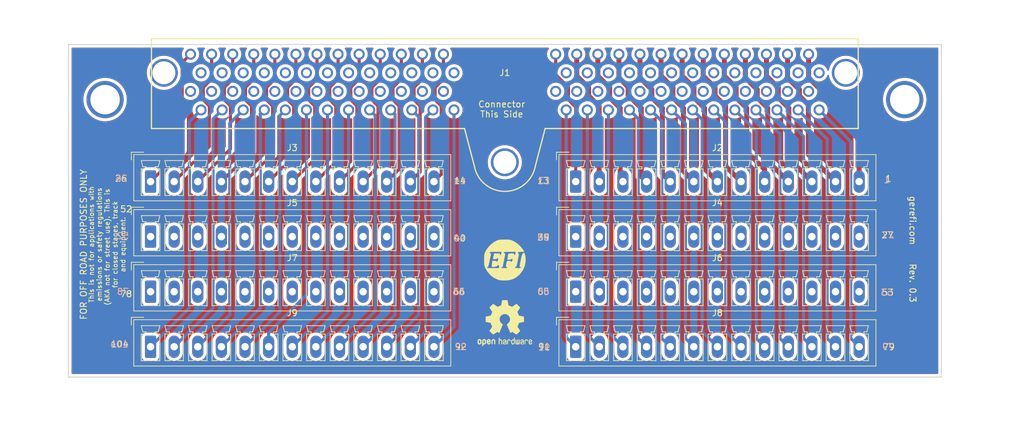
<source format=kicad_pcb>
(kicad_pcb (version 20211014) (generator pcbnew)
  (layers (0 "F.Cu" signal) (1 "In1.Cu" signal) (2 "In2.Cu" signal) (31 "B.Cu" signal) (34 "B.Paste" user) (35 "F.Paste" user) (36 "B.SilkS" user "B.Silkscreen") (37 "F.SilkS" user "F.Silkscreen") (38 "B.Mask" user) (39 "F.Mask" user) (44 "Edge.Cuts" user))
  (net 0 "")
  (net 1 "Net-(J1-Pad90)")
  (net 2 "Net-(J1-Pad89)")
  (net 3 "Net-(J1-Pad88)")
  (net 4 "Net-(J1-Pad87)")
  (net 5 "Net-(J1-Pad86)")
  (net 6 "Net-(J1-Pad85)")
  (net 7 "Net-(J1-Pad84)")
  (net 8 "Net-(J1-Pad83)")
  (net 9 "Net-(J1-Pad82)")
  (net 10 "Net-(J1-Pad81)")
  (net 11 "Net-(J1-Pad80)")
  (net 12 "Net-(J1-Pad79)")
  (net 13 "Net-(J1-Pad53)")
  (net 14 "Net-(J1-Pad54)")
  (net 15 "Net-(J1-Pad55)")
  (net 16 "Net-(J1-Pad56)")
  (net 17 "Net-(J1-Pad57)")
  (net 18 "Net-(J1-Pad58)")
  (net 19 "Net-(J1-Pad59)")
  (net 20 "Net-(J1-Pad60)")
  (net 21 "Net-(J1-Pad61)")
  (net 22 "Net-(J1-Pad62)")
  (net 23 "Net-(J1-Pad63)")
  (net 24 "Net-(J1-Pad64)")
  (net 25 "Net-(J1-Pad37)")
  (net 26 "Net-(J1-Pad36)")
  (net 27 "Net-(J1-Pad35)")
  (net 28 "Net-(J1-Pad34)")
  (net 29 "Net-(J1-Pad33)")
  (net 30 "Net-(J1-Pad32)")
  (net 31 "Net-(J1-Pad31)")
  (net 32 "Net-(J1-Pad30)")
  (net 33 "Net-(J1-Pad29)")
  (net 34 "Net-(J1-Pad28)")
  (net 35 "Net-(J1-Pad27)")
  (net 36 "Net-(J1-Pad1)")
  (net 37 "Net-(J1-Pad2)")
  (net 38 "Net-(J1-Pad3)")
  (net 39 "Net-(J1-Pad4)")
  (net 40 "Net-(J1-Pad5)")
  (net 41 "Net-(J1-Pad6)")
  (net 42 "Net-(J1-Pad7)")
  (net 43 "Net-(J1-Pad8)")
  (net 44 "Net-(J1-Pad9)")
  (net 45 "Net-(J1-Pad10)")
  (net 46 "Net-(J1-Pad11)")
  (net 47 "Net-(J1-Pad12)")
  (net 48 "Net-(J1-Pad38)")
  (net 49 "Net-(J1-Pad13)")
  (net 50 "Net-(J1-Pad65)")
  (net 51 "Net-(J1-Pad91)")
  (net 52 "Net-(J1-Pad39)")
  (net 53 "Net-(J1-Pad104)")
  (net 54 "Net-(J1-Pad103)")
  (net 55 "Net-(J1-Pad102)")
  (net 56 "Net-(J1-Pad101)")
  (net 57 "Net-(J1-Pad100)")
  (net 58 "Net-(J1-Pad99)")
  (net 59 "Net-(J1-Pad98)")
  (net 60 "Net-(J1-Pad97)")
  (net 61 "Net-(J1-Pad72)")
  (net 62 "Net-(J1-Pad73)")
  (net 63 "Net-(J1-Pad74)")
  (net 64 "Net-(J1-Pad75)")
  (net 65 "Net-(J1-Pad76)")
  (net 66 "Net-(J1-Pad77)")
  (net 67 "Net-(J1-Pad78)")
  (net 68 "Net-(J1-Pad52)")
  (net 69 "Net-(J1-Pad51)")
  (net 70 "Net-(J1-Pad50)")
  (net 71 "Net-(J1-Pad49)")
  (net 72 "Net-(J1-Pad48)")
  (net 73 "Net-(J1-Pad47)")
  (net 74 "Net-(J1-Pad46)")
  (net 75 "Net-(J1-Pad45)")
  (net 76 "Net-(J1-Pad26)")
  (net 77 "Net-(J1-Pad25)")
  (net 78 "Net-(J1-Pad24)")
  (net 79 "Net-(J1-Pad23)")
  (net 80 "Net-(J1-Pad22)")
  (net 81 "Net-(J1-Pad21)")
  (net 82 "Net-(J1-Pad20)")
  (net 83 "Net-(J1-Pad19)")
  (net 84 "Net-(J1-Pad71)")
  (net 85 "Net-(J1-Pad96)")
  (net 86 "Net-(J1-Pad44)")
  (net 87 "Net-(J1-Pad70)")
  (net 88 "Net-(J1-Pad18)")
  (net 89 "Net-(J1-Pad43)")
  (net 90 "Net-(J1-Pad95)")
  (net 91 "Net-(J1-Pad69)")
  (net 92 "Net-(J1-Pad17)")
  (net 93 "Net-(J1-Pad42)")
  (net 94 "Net-(J1-Pad94)")
  (net 95 "Net-(J1-Pad68)")
  (net 96 "Net-(J1-Pad16)")
  (net 97 "Net-(J1-Pad93)")
  (net 98 "Net-(J1-Pad41)")
  (net 99 "Net-(J1-Pad15)")
  (net 100 "Net-(J1-Pad67)")
  (net 101 "Net-(J1-Pad92)")
  (net 102 "Net-(J1-Pad66)")
  (net 103 "Net-(J1-Pad40)")
  (net 104 "Net-(J1-Pad14)")
  (footprint "gerefi_lib:LOGO" (layer "F.Cu") (at 93.62 56.13)
    (fp_text reference "G?" hide)
    (fp_text value "LOGO" hide)
  )
  (footprint "gerefi_lib:eecv" (layer "F.Cu") (at 93.62 20.36)
    (fp_text reference "J1")
    (fp_text value "EEC-V")
  )
  (footprint "Connector_Phoenix_MC:PhoenixContact_MCV_1,5_13-G-3.81_1x13_P3.81mm_Vertical" (layer "F.Cu") (at 105.05 43.43)
    (fp_text reference "J2")
    (fp_text value "Conn_01x13")
  )
  (footprint "Connector_Phoenix_MC:PhoenixContact_MCV_1,5_13-G-3.81_1x13_P3.81mm_Vertical" (layer "F.Cu") (at 36.47 43.43)
    (fp_text reference "J3")
    (fp_text value "Conn_01x13")
  )
  (footprint "Connector_Phoenix_MC:PhoenixContact_MCV_1,5_13-G-3.81_1x13_P3.81mm_Vertical" (layer "F.Cu") (at 105.05 52.32)
    (fp_text reference "J4")
    (fp_text value "Conn_01x13")
  )
  (footprint "Connector_Phoenix_MC:PhoenixContact_MCV_1,5_13-G-3.81_1x13_P3.81mm_Vertical" (layer "F.Cu") (at 36.47 52.32)
    (fp_text reference "J5")
    (fp_text value "Conn_01x13")
  )
  (footprint "Connector_Phoenix_MC:PhoenixContact_MCV_1,5_13-G-3.81_1x13_P3.81mm_Vertical" (layer "F.Cu") (at 105.05 61.21)
    (fp_text reference "J6")
    (fp_text value "Conn_01x13")
  )
  (footprint "Connector_Phoenix_MC:PhoenixContact_MCV_1,5_13-G-3.81_1x13_P3.81mm_Vertical" (layer "F.Cu") (at 36.47 61.21)
    (fp_text reference "J7")
    (fp_text value "Conn_01x13")
  )
  (footprint "Connector_Phoenix_MC:PhoenixContact_MCV_1,5_13-G-3.81_1x13_P3.81mm_Vertical" (layer "F.Cu") (at 105.05 70.1)
    (fp_text reference "J8")
    (fp_text value "Conn_01x13")
  )
  (footprint "Connector_Phoenix_MC:PhoenixContact_MCV_1,5_13-G-3.81_1x13_P3.81mm_Vertical" (layer "F.Cu") (at 36.47 70.1)
    (fp_text reference "J9")
    (fp_text value "Conn_01x13")
  )
  (footprint "gerefi_lib:Off_Road_Disclaimer" (layer "F.Cu") (at 28.85 53.59 90)
    (fp_text reference "G?" hide)
    (fp_text value "Disclaimer" hide)
  )
  (footprint "Symbol:OSHW-Logo2_9.8x8mm_SilkScreen" (layer "F.Cu") (at 93.62 66.29)
    (fp_text reference "REF**" hide)
    (fp_text value "OSHW-Logo2_9.8x8mm_SilkScreen" hide)
  )
  (gr_line (start 23.23 75) (end 164.03 75) (layer "Edge.Cuts") (width 0.15))
  (gr_line (start 23.23 21.3) (end 23.23 75) (layer "Edge.Cuts") (width 0.15))
  (gr_line (start 164.03 21.3) (end 164.03 75) (layer "Edge.Cuts") (width 0.15))
  (gr_line (start 23.23 21.3) (end 164.03 21.3) (layer "Edge.Cuts") (width 0.15))
  (gr_text "92" (at 86.508 70.1) (layer "B.SilkS") (effects (font (size 1 1)) (justify mirror)))
  (gr_text "40" (at 86.254 52.574) (layer "B.SilkS") (effects (font (size 1 1)) (justify mirror)))
  (gr_text "14" (at 86.381 43.303) (layer "B.SilkS") (effects (font (size 1 1)) (justify mirror)))
  (gr_text "78" (at 32.025 61.21) (layer "B.SilkS") (effects (font (size 1 1)) (justify mirror)))
  (gr_text "39" (at 99.843 52.447) (layer "B.SilkS") (effects (font (size 1 1)) (justify mirror)))
  (gr_text "13" (at 99.97 43.303) (layer "B.SilkS") (effects (font (size 1 1)) (justify mirror)))
  (gr_text "65" (at 99.843 61.21) (layer "B.SilkS") (effects (font (size 1 1)) (justify mirror)))
  (gr_text "91" (at 99.97 70.227) (layer "B.SilkS") (effects (font (size 1 1)) (justify mirror)))
  (gr_text "1" (at 155.215 43.176) (layer "B.SilkS") (effects (font (size 1 1)) (justify mirror)))
  (gr_text "26" (at 31.771 42.922) (layer "B.SilkS") (effects (font (size 1 1)) (justify mirror)))
  (gr_text "53" (at 155.215 61.337) (layer "B.SilkS") (effects (font (size 1 1)) (justify mirror)))
  (gr_text "79" (at 155.469 70.1) (layer "B.SilkS") (effects (font (size 1 1)) (justify mirror)))
  (gr_text "104" (at 31.39 69.719) (layer "B.SilkS") (effects (font (size 1 1)) (justify mirror)))
  (gr_text "27" (at 155.469 52.066) (layer "B.SilkS") (effects (font (size 1 1)) (justify mirror)))
  (gr_text "66" (at 86.127 61.21) (layer "B.SilkS") (effects (font (size 1 1)) (justify mirror)))
  (gr_text "52" (at 32.025 52.193) (layer "B.SilkS") (effects (font (size 1 1)) (justify mirror)))
  (gr_text "66" (at 86.254 61.21) (layer "F.SilkS") (effects (font (size 1 1))))
  (gr_text "14" (at 86.381 43.303) (layer "F.SilkS") (effects (font (size 1 1))))
  (gr_text "79" (at 155.5452 70.1508) (layer "F.SilkS") (effects (font (size 1 1))))
  (gr_text "52" (at 32.533 47.875) (layer "F.SilkS") (effects (font (size 1 1))))
  (gr_text "26" (at 31.7202 42.922) (layer "F.SilkS") (effects (font (size 1 1))))
  (gr_text "78" (at 32.533 61.591) (layer "F.SilkS") (effects (font (size 1 1))))
  (gr_text "13" (at 99.843 43.303) (layer "F.SilkS") (effects (font (size 1 1))))
  (gr_text "104" (at 31.5043 69.6809) (layer "F.SilkS") (effects (font (size 1 1))))
  (gr_text "Connector\nThis Side" (at 93.112 31.746) (layer "F.SilkS") (effects (font (size 1 1))))
  (gr_text "65" (at 99.843 61.21) (layer "F.SilkS") (effects (font (size 1 1))))
  (gr_text "53" (at 155.3801 61.3243) (layer "F.SilkS") (effects (font (size 1 1))))
  (gr_text "91" (at 99.97 70.1) (layer "F.SilkS") (effects (font (size 1 1))))
  (gr_text "92" (at 86.508 70.1) (layer "F.SilkS") (effects (font (size 1 1))))
  (gr_text "1" (at 155.4817 42.9601) (layer "F.SilkS") (effects (font (size 1 1))))
  (gr_text "27" (at 155.3547 52.066) (layer "F.SilkS") (effects (font (size 1 1))))
  (gr_text "39" (at 99.843 52.447) (layer "F.SilkS") (effects (font (size 1 1))))
  (gr_text "gerefi.com    Rev. 0.3" (at 159.406 54.352 -90) (layer "F.SilkS") (effects (font (size 1 1))))
  (gr_text "40" (at 86.381 52.574) (layer "F.SilkS") (effects (font (size 1 1))))
  (via (at 29.14 30.19) (size 6) (drill 4.75) (layers "F.Cu" "B.Cu") (net 0))
  (via (at 158.12 30.19) (size 6) (drill 4.75) (layers "F.Cu" "B.Cu") (net 0))
  (segment (start 106.92 68.16) (end 108.86 70.1) (width 0.5) (layer "B.Cu") (net 1))
  (segment (start 106.92 31.86) (end 106.92 68.16) (width 0.5) (layer "B.Cu") (net 1))
  (segment (start 110.32 67.75) (end 112.67 70.1) (width 0.5) (layer "B.Cu") (net 2))
  (segment (start 110.32 31.86) (end 110.32 67.75) (width 0.5) (layer "B.Cu") (net 2))
  (segment (start 113.72 31.86) (end 115.12999 33.26999) (width 0.5) (layer "B.Cu") (net 3))
  (segment (start 115.12999 68.74999) (end 116.48 70.1) (width 0.5) (layer "B.Cu") (net 3))
  (segment (start 115.12999 33.26999) (end 115.12999 68.74999) (width 0.5) (layer "B.Cu") (net 3))
  (segment (start 117.12 31.86) (end 118.93999 33.67999) (width 0.5) (layer "B.Cu") (net 4))
  (segment (start 118.93999 33.67999) (end 118.93999 68.74999) (width 0.5) (layer "B.Cu") (net 4))
  (segment (start 118.93999 68.74999) (end 120.29 70.1) (width 0.5) (layer "B.Cu") (net 4))
  (segment (start 122.74999 68.74999) (end 124.1 70.1) (width 0.5) (layer "B.Cu") (net 5))
  (segment (start 122.74999 34.08999) (end 122.74999 68.74999) (width 0.5) (layer "B.Cu") (net 5))
  (segment (start 120.52 31.86) (end 122.74999 34.08999) (width 0.5) (layer "B.Cu") (net 5))
  (segment (start 125.45001 33.39001) (end 125.45001 67.64001) (width 0.5) (layer "B.Cu") (net 6))
  (segment (start 125.45001 67.64001) (end 127.91 70.1) (width 0.5) (layer "B.Cu") (net 6))
  (segment (start 123.92 31.86) (end 125.45001 33.39001) (width 0.5) (layer "B.Cu") (net 6))
  (segment (start 127.32 31.86) (end 129.26001 33.80001) (width 0.5) (layer "B.Cu") (net 7))
  (segment (start 129.26001 67.64001) (end 131.72 70.1) (width 0.5) (layer "B.Cu") (net 7))
  (segment (start 129.26001 33.80001) (end 129.26001 67.64001) (width 0.5) (layer "B.Cu") (net 7))
  (segment (start 134.17999 35.31999) (end 134.17999 68.74999) (width 0.5) (layer "B.Cu") (net 8))
  (segment (start 130.72 31.86) (end 134.17999 35.31999) (width 0.5) (layer "B.Cu") (net 8))
  (segment (start 134.17999 68.74999) (end 135.53 70.1) (width 0.5) (layer "B.Cu") (net 8))
  (segment (start 134.12 31.86) (end 137.98999 35.72999) (width 0.5) (layer "B.Cu") (net 9))
  (segment (start 137.98999 68.74999) (end 139.34 70.1) (width 0.5) (layer "B.Cu") (net 9))
  (segment (start 137.98999 35.72999) (end 137.98999 68.74999) (width 0.5) (layer "B.Cu") (net 9))
  (segment (start 141.79999 36.13999) (end 141.79999 68.74999) (width 0.5) (layer "B.Cu") (net 10))
  (segment (start 137.52 31.86) (end 141.79999 36.13999) (width 0.5) (layer "B.Cu") (net 10))
  (segment (start 141.79999 68.74999) (end 143.15 70.1) (width 0.5) (layer "B.Cu") (net 10))
  (segment (start 140.92 31.86) (end 145.60999 36.54999) (width 0.5) (layer "B.Cu") (net 11))
  (segment (start 145.60999 68.74999) (end 146.96 70.1) (width 0.5) (layer "B.Cu") (net 11))
  (segment (start 145.60999 36.54999) (end 145.60999 68.74999) (width 0.5) (layer "B.Cu") (net 11))
  (segment (start 149.41999 68.74999) (end 150.77 70.1) (width 0.5) (layer "B.Cu") (net 12))
  (segment (start 149.41999 36.95999) (end 149.41999 68.74999) (width 0.5) (layer "B.Cu") (net 12))
  (segment (start 144.32 31.86) (end 149.41999 36.95999) (width 0.5) (layer "B.Cu") (net 12))
  (segment (start 142.62 22.86) (end 142.62 26.656278) (width 0.8) (layer "F.Cu") (net 36))
  (segment (start 150.77 34.806278) (end 150.77 43.43) (width 0.8) (layer "F.Cu") (net 36))
  (segment (start 142.62 26.656278) (end 150.77 34.806278) (width 0.8) (layer "F.Cu") (net 36))
  (segment (start 142.578378 39.048378) (end 146.96 43.43) (width 0.8) (layer "F.Cu") (net 37))
  (segment (start 141.130999 28.567277) (end 141.130999 29.574721) (width 0.8) (layer "F.Cu") (net 37))
  (segment (start 142.578378 31.0221) (end 142.578378 39.048378) (width 0.8) (layer "F.Cu") (net 37))
  (segment (start 141.130999 29.574721) (end 142.578378 31.0221) (width 0.8) (layer "F.Cu") (net 37))
  (segment (start 139.22 22.86) (end 139.22 26.656278) (width 0.8) (layer "F.Cu") (net 37))
  (segment (start 139.22 26.656278) (end 141.130999 28.567277) (width 0.8) (layer "F.Cu") (net 37))
  (segment (start 137.730999 28.274721) (end 137.730999 29.867277) (width 0.8) (layer "F.Cu") (net 38))
  (segment (start 135.82 26.363722) (end 137.730999 28.274721) (width 0.8) (layer "F.Cu") (net 38))
  (segment (start 139.430999 39.710999) (end 143.15 43.43) (width 0.8) (layer "F.Cu") (net 38))
  (segment (start 135.82 22.86) (end 135.82 26.363722) (width 0.8) (layer "F.Cu") (net 38))
  (segment (start 139.430999 31.567277) (end 139.430999 39.710999) (width 0.8) (layer "F.Cu") (net 38))
  (segment (start 137.730999 29.867277) (end 139.430999 31.567277) (width 0.8) (layer "F.Cu") (net 38))
  (segment (start 136.030999 40.120999) (end 139.34 43.43) (width 0.8) (layer "F.Cu") (net 39))
  (segment (start 134.330999 28.567277) (end 134.330999 29.867277) (width 0.8) (layer "F.Cu") (net 39))
  (segment (start 132.42 26.656278) (end 134.330999 28.567277) (width 0.8) (layer "F.Cu") (net 39))
  (segment (start 134.330999 29.867277) (end 136.030999 31.567277) (width 0.8) (layer "F.Cu") (net 39))
  (segment (start 136.030999 31.567277) (end 136.030999 40.120999) (width 0.8) (layer "F.Cu") (net 39))
  (segment (start 132.42 22.86) (end 132.42 26.656278) (width 0.8) (layer "F.Cu") (net 39))
  (segment (start 130.930999 29.867277) (end 132.630999 31.567277) (width 0.8) (layer "F.Cu") (net 40))
  (segment (start 135.53 41.4742) (end 135.53 43.43) (width 0.8) (layer "F.Cu") (net 40))
  (segment (start 132.630999 31.567277) (end 132.630999 38.575199) (width 0.8) (layer "F.Cu") (net 40))
  (segment (start 132.630999 38.575199) (end 135.53 41.4742) (width 0.8) (layer "F.Cu") (net 40))
  (segment (start 129.02 26.363722) (end 130.930999 28.274721) (width 0.8) (layer "F.Cu") (net 40))
  (segment (start 129.02 22.86) (end 129.02 26.363722) (width 0.8) (layer "F.Cu") (net 40))
  (segment (start 130.930999 28.274721) (end 130.930999 29.867277) (width 0.8) (layer "F.Cu") (net 40))
  (segment (start 127.530999 29.574721) (end 129.230998 31.27472) (width 0.8) (layer "F.Cu") (net 41))
  (segment (start 129.230998 31.27472) (end 129.230998 40.940998) (width 0.8) (layer "F.Cu") (net 41))
  (segment (start 127.530999 28.274721) (end 127.530999 29.574721) (width 0.8) (layer "F.Cu") (net 41))
  (segment (start 125.62 26.363722) (end 127.530999 28.274721) (width 0.8) (layer "F.Cu") (net 41))
  (segment (start 125.62 22.86) (end 125.62 26.363722) (width 0.8) (layer "F.Cu") (net 41))
  (segment (start 129.230998 40.940998) (end 131.72 43.43) (width 0.8) (layer "F.Cu") (net 41))
  (segment (start 124.130999 28.274721) (end 124.130999 29.867277) (width 0.8) (layer "F.Cu") (net 42))
  (segment (start 122.22 22.86) (end 122.22 26.363722) (width 0.8) (layer "F.Cu") (net 42))
  (segment (start 125.830999 31.567277) (end 125.830999 41.350999) (width 0.8) (layer "F.Cu") (net 42))
  (segment (start 124.130999 29.867277) (end 125.830999 31.567277) (width 0.8) (layer "F.Cu") (net 42))
  (segment (start 122.22 26.363722) (end 124.130999 28.274721) (width 0.8) (layer "F.Cu") (net 42))
  (segment (start 125.830999 41.350999) (end 127.91 43.43) (width 0.8) (layer "F.Cu") (net 42))
  (segment (start 120.730999 28.274721) (end 120.730999 29.867277) (width 0.8) (layer "F.Cu") (net 43))
  (segment (start 122.430999 41.760999) (end 124.1 43.43) (width 0.8) (layer "F.Cu") (net 43))
  (segment (start 118.82 22.86) (end 118.82 26.363722) (width 0.8) (layer "F.Cu") (net 43))
  (segment (start 122.430999 31.567277) (end 122.430999 41.760999) (width 0.8) (layer "F.Cu") (net 43))
  (segment (start 120.730999 29.867277) (end 122.430999 31.567277) (width 0.8) (layer "F.Cu") (net 43))
  (segment (start 118.82 26.363722) (end 120.730999 28.274721) (width 0.8) (layer "F.Cu") (net 43))
  (segment (start 119.030999 42.170999) (end 120.29 43.43) (width 0.8) (layer "F.Cu") (net 44))
  (segment (start 117.330999 28.567277) (end 117.330999 29.867277) (width 0.8) (layer "F.Cu") (net 44))
  (segment (start 117.330999 29.867277) (end 119.030999 31.567277) (width 0.8) (layer "F.Cu") (net 44))
  (segment (start 115.42 22.86) (end 115.42 26.656278) (width 0.8) (layer "F.Cu") (net 44))
  (segment (start 115.42 26.656278) (end 117.330999 28.567277) (width 0.8) (layer "F.Cu") (net 44))
  (segment (start 119.030999 31.567277) (end 119.030999 42.170999) (width 0.8) (layer "F.Cu") (net 44))
  (segment (start 115.630999 31.567277) (end 115.630999 42.580999) (width 0.8) (layer "F.Cu") (net 45))
  (segment (start 113.509001 28.145279) (end 113.509001 29.445279) (width 0.8) (layer "F.Cu") (net 45))
  (segment (start 112.02 26.656278) (end 113.509001 28.145279) (width 0.8) (layer "F.Cu") (net 45))
  (segment (start 112.02 22.86) (end 112.02 26.656278) (width 0.8) (layer "F.Cu") (net 45))
  (segment (start 113.509001 29.445279) (end 115.630999 31.567277) (width 0.8) (layer "F.Cu") (net 45))
  (segment (start 115.630999 42.580999) (end 116.48 43.43) (width 0.8) (layer "F.Cu") (net 45))
  (segment (start 108.62 26.363722) (end 110.530999 28.274721) (width 0.8) (layer "F.Cu") (net 46))
  (segment (start 110.530999 29.867277) (end 112.230999 31.567277) (width 0.8) (layer "F.Cu") (net 46))
  (segment (start 110.530999 28.274721) (end 110.530999 29.867277) (width 0.8) (layer "F.Cu") (net 46))
  (segment (start 108.62 22.86) (end 108.62 26.363722) (width 0.8) (layer "F.Cu") (net 46))
  (segment (start 112.230999 42.990999) (end 112.67 43.43) (width 0.8) (layer "F.Cu") (net 46))
  (segment (start 112.230999 31.567277) (end 112.230999 42.990999) (width 0.8) (layer "F.Cu") (net 46))
  (segment (start 107.130999 28.274721) (end 107.130999 29.574721) (width 0.8) (layer "F.Cu") (net 47))
  (segment (start 108.830999 31.274721) (end 108.830999 43.400999) (width 0.8) (layer "F.Cu") (net 47))
  (segment (start 108.830999 43.400999) (end 108.86 43.43) (width 0.8) (layer "F.Cu") (net 47))
  (segment (start 105.22 26.363722) (end 107.130999 28.274721) (width 0.8) (layer "F.Cu") (net 47))
  (segment (start 107.130999 29.574721) (end 108.830999 31.274721) (width 0.8) (layer "F.Cu") (net 47))
  (segment (start 105.22 22.86) (end 105.22 26.363722) (width 0.8) (layer "F.Cu") (net 47))
  (segment (start 105.05 31.408278) (end 105.05 43.43) (width 0.5) (layer "F.Cu") (net 49))
  (segment (start 101.82 26.141722) (end 103.880999 28.202721) (width 0.5) (layer "F.Cu") (net 49))
  (segment (start 103.880999 30.239277) (end 105.05 31.408278) (width 0.5) (layer "F.Cu") (net 49))
  (segment (start 103.880999 28.202721) (end 103.880999 30.239277) (width 0.5) (layer "F.Cu") (net 49))
  (segment (start 101.82 22.86) (end 101.82 26.141722) (width 0.5) (layer "F.Cu") (net 49))
  (segment (start 103.52 68.57) (end 105.05 70.1) (width 0.5) (layer "B.Cu") (net 51))
  (segment (start 103.52 31.86) (end 103.52 68.57) (width 0.5) (layer "B.Cu") (net 51))
  (segment (start 42.73999 33.74001) (end 44.62 31.86) (width 0.5) (layer "B.Cu") (net 53))
  (segment (start 36.47 70.1) (end 42.73999 63.83001) (width 0.5) (layer "B.Cu") (net 53))
  (segment (start 42.73999 63.83001) (end 42.73999 33.74001) (width 0.5) (layer "B.Cu") (net 53))
  (segment (start 46.54999 33.33001) (end 48.02 31.86) (width 0.5) (layer "B.Cu") (net 54))
  (segment (start 46.54999 63.83001) (end 46.54999 33.33001) (width 0.5) (layer "B.Cu") (net 54))
  (segment (start 40.28 70.1) (end 46.54999 63.83001) (width 0.5) (layer "B.Cu") (net 54))
  (segment (start 51.42 31.86) (end 49.25001 34.02999) (width 0.5) (layer "B.Cu") (net 55))
  (segment (start 49.25001 34.02999) (end 49.25001 64.93999) (width 0.5) (layer "B.Cu") (net 55))
  (segment (start 49.25001 64.93999) (end 44.09 70.1) (width 0.5) (layer "B.Cu") (net 55))
  (segment (start 54.16999 63.83001) (end 47.9 70.1) (width 0.5) (layer "B.Cu") (net 56))
  (segment (start 54.82 31.86) (end 54.16999 32.51001) (width 0.5) (layer "B.Cu") (net 56))
  (segment (start 54.16999 32.51001) (end 54.16999 63.83001) (width 0.5) (layer "B.Cu") (net 56))
  (segment (start 58.22 31.86) (end 57.331001 32.748999) (width 0.5) (layer "B.Cu") (net 57))
  (segment (start 57.331001 32.748999) (end 57.331001 64.478999) (width 0.5) (layer "B.Cu") (net 57))
  (segment (start 57.331001 64.478999) (end 51.71 70.1) (width 0.5) (layer "B.Cu") (net 57))
  (segment (start 61.62 31.86) (end 61.62 61.729202) (width 0.5) (layer "B.Cu") (net 58))
  (segment (start 55.52 67.829202) (end 55.52 70.1) (width 0.5) (layer "B.Cu") (net 58))
  (segment (start 61.62 61.729202) (end 55.52 67.829202) (width 0.5) (layer "B.Cu") (net 58))
  (segment (start 65.02 31.86) (end 65.02 64.41) (width 0.5) (layer "B.Cu") (net 59))
  (segment (start 65.02 64.41) (end 59.33 70.1) (width 0.5) (layer "B.Cu") (net 59))
  (segment (start 68.42 64.82) (end 63.14 70.1) (width 0.5) (layer "B.Cu") (net 60))
  (segment (start 68.42 31.86) (end 68.42 64.82) (width 0.5) (layer "B.Cu") (net 60))
  (segment (start 41.580999 38.319001) (end 36.47 43.43) (width 0.5) (layer "F.Cu") (net 76))
  (segment (start 42.92 22.86) (end 41.580999 24.199001) (width 0.5) (layer "F.Cu") (net 76))
  (segment (start 41.580999 24.199001) (end 41.580999 38.319001) (width 0.5) (layer "F.Cu") (net 76))
  (segment (start 44.980999 28.217279) (end 44.980999 30.239277) (width 0.5) (layer "F.Cu") (net 77))
  (segment (start 46.32 26.878278) (end 44.980999 28.217279) (width 0.5) (layer "F.Cu") (net 77))
  (segment (start 44.980999 30.239277) (end 45.959001 31.217279) (width 0.5) (layer "F.Cu") (net 77))
  (segment (start 45.959001 37.750999) (end 40.28 43.43) (width 0.5) (layer "F.Cu") (net 77))
  (segment (start 46.32 22.86) (end 46.32 26.878278) (width 0.5) (layer "F.Cu") (net 77))
  (segment (start 45.959001 31.217279) (end 45.959001 37.750999) (width 0.5) (layer "F.Cu") (net 77))
  (segment (start 49.72 26.878278) (end 48.380999 28.217279) (width 0.5) (layer "F.Cu") (net 78))
  (segment (start 48.380999 30.239277) (end 49.359001 31.217279) (width 0.5) (layer "F.Cu") (net 78))
  (segment (start 48.380999 28.217279) (end 48.380999 30.239277) (width 0.5) (layer "F.Cu") (net 78))
  (segment (start 49.359001 31.217279) (end 49.359001 38.160999) (width 0.5) (layer "F.Cu") (net 78))
  (segment (start 49.359001 38.160999) (end 44.09 43.43) (width 0.5) (layer "F.Cu") (net 78))
  (segment (start 49.72 22.86) (end 49.72 26.878278) (width 0.5) (layer "F.Cu") (net 78))
  (segment (start 52.759001 31.217279) (end 52.759001 38.570999) (width 0.5) (layer "F.Cu") (net 79))
  (segment (start 51.780999 30.239277) (end 52.759001 31.217279) (width 0.5) (layer "F.Cu") (net 79))
  (segment (start 51.780999 28.217279) (end 51.780999 30.239277) (width 0.5) (layer "F.Cu") (net 79))
  (segment (start 53.12 26.878278) (end 51.780999 28.217279) (width 0.5) (layer "F.Cu") (net 79))
  (segment (start 53.12 22.86) (end 53.12 26.878278) (width 0.5) (layer "F.Cu") (net 79))
  (segment (start 52.759001 38.570999) (end 47.9 43.43) (width 0.5) (layer "F.Cu") (net 79))
  (segment (start 56.52 26.878278) (end 55.180999 28.217279) (width 0.5) (layer "F.Cu") (net 80))
  (segment (start 56.159001 31.217279) (end 56.159001 38.980999) (width 0.5) (layer "F.Cu") (net 80))
  (segment (start 55.180999 30.239277) (end 56.159001 31.217279) (width 0.5) (layer "F.Cu") (net 80))
  (segment (start 55.180999 28.217279) (end 55.180999 30.239277) (width 0.5) (layer "F.Cu") (net 80))
  (segment (start 56.52 22.86) (end 56.52 26.878278) (width 0.5) (layer "F.Cu") (net 80))
  (segment (start 56.159001 38.980999) (end 51.71 43.43) (width 0.5) (layer "F.Cu") (net 80))
  (segment (start 59.92 22.86) (end 59.92 26.878278) (width 0.5) (layer "F.Cu") (net 81))
  (segment (start 59.559001 39.390999) (end 55.52 43.43) (width 0.5) (layer "F.Cu") (net 81))
  (segment (start 59.92 26.878278) (end 58.580999 28.217279) (width 0.5) (layer "F.Cu") (net 81))
  (segment (start 59.559001 31.217279) (end 59.559001 39.390999) (width 0.5) (layer "F.Cu") (net 81))
  (segment (start 58.580999 28.217279) (end 58.580999 30.239277) (width 0.5) (layer "F.Cu") (net 81))
  (segment (start 58.580999 30.239277) (end 59.559001 31.217279) (width 0.5) (layer "F.Cu") (net 81))
  (segment (start 61.980999 28.217279) (end 61.980999 30.239277) (width 0.5) (layer "F.Cu") (net 82))
  (segment (start 62.959001 31.217279) (end 62.959001 39.800999) (width 0.5) (layer "F.Cu") (net 82))
  (segment (start 62.959001 39.800999) (end 59.33 43.43) (width 0.5) (layer "F.Cu") (net 82))
  (segment (start 63.32 26.878278) (end 61.980999 28.217279) (width 0.5) (layer "F.Cu") (net 82))
  (segment (start 61.980999 30.239277) (end 62.959001 31.217279) (width 0.5) (layer "F.Cu") (net 82))
  (segment (start 63.32 22.86) (end 63.32 26.878278) (width 0.5) (layer "F.Cu") (net 82))
  (segment (start 66.72 22.86) (end 66.72 26.878278) (width 0.5) (layer "F.Cu") (net 83))
  (segment (start 65.380999 30.239277) (end 66.359001 31.217279) (width 0.5) (layer "F.Cu") (net 83))
  (segment (start 66.359001 31.217279) (end 66.359001 40.210999) (width 0.5) (layer "F.Cu") (net 83))
  (segment (start 66.359001 40.210999) (end 63.14 43.43) (width 0.5) (layer "F.Cu") (net 83))
  (segment (start 66.72 26.878278) (end 65.380999 28.217279) (width 0.5) (layer "F.Cu") (net 83))
  (segment (start 65.380999 28.217279) (end 65.380999 30.239277) (width 0.5) (layer "F.Cu") (net 83))
  (segment (start 71.82 31.86) (end 72.0805 31.86) (width 0.5) (layer "B.Cu") (net 85))
  (segment (start 71.82 31.86) (end 72.708999 32.748999) (width 0.5) (layer "B.Cu") (net 85))
  (segment (start 72.708999 64.341001) (end 66.95 70.1) (width 0.5) (layer "B.Cu") (net 85))
  (segment (start 72.708999 32.748999) (end 72.708999 64.341001) (width 0.5) (layer "B.Cu") (net 85))
  (segment (start 68.780999 28.217279) (end 68.780999 30.239277) (width 0.5) (layer "F.Cu") (net 88))
  (segment (start 70.12 22.86) (end 70.12 26.878278) (width 0.5) (layer "F.Cu") (net 88))
  (segment (start 69.759001 31.217279) (end 69.759001 40.620999) (width 0.5) (layer "F.Cu") (net 88))
  (segment (start 69.759001 40.620999) (end 66.95 43.43) (width 0.5) (layer "F.Cu") (net 88))
  (segment (start 68.780999 30.239277) (end 69.759001 31.217279) (width 0.5) (layer "F.Cu") (net 88))
  (segment (start 70.12 26.878278) (end 68.780999 28.217279) (width 0.5) (layer "F.Cu") (net 88))
  (segment (start 75.92001 64.93999) (end 70.76 70.1) (width 0.5) (layer "B.Cu") (net 90))
  (segment (start 75.92001 32.56001) (end 75.92001 64.93999) (width 0.5) (layer "B.Cu") (net 90))
  (segment (start 75.22 31.86) (end 75.92001 32.56001) (width 0.5) (layer "B.Cu") (net 90))
  (segment (start 73.159001 41.030999) (end 70.76 43.43) (width 0.5) (layer "F.Cu") (net 92))
  (segment (start 73.52 26.878278) (end 72.180999 28.217279) (width 0.5) (layer "F.Cu") (net 92))
  (segment (start 73.159001 31.217279) (end 73.159001 41.030999) (width 0.5) (layer "F.Cu") (net 92))
  (segment (start 72.180999 30.239277) (end 73.159001 31.217279) (width 0.5) (layer "F.Cu") (net 92))
  (segment (start 72.180999 28.217279) (end 72.180999 30.239277) (width 0.5) (layer "F.Cu") (net 92))
  (segment (start 73.52 22.86) (end 73.52 26.878278) (width 0.5) (layer "F.Cu") (net 92))
  (segment (start 79.73001 64.93999) (end 74.57 70.1) (width 0.5) (layer "B.Cu") (net 94))
  (segment (start 79.73001 32.97001) (end 79.73001 64.93999) (width 0.5) (layer "B.Cu") (net 94))
  (segment (start 78.62 31.86) (end 79.73001 32.97001) (width 0.5) (layer "B.Cu") (net 94))
  (segment (start 76.92 26.878278) (end 75.580999 28.217279) (width 0.5) (layer "F.Cu") (net 96))
  (segment (start 76.559001 31.217279) (end 76.559001 41.440999) (width 0.5) (layer "F.Cu") (net 96))
  (segment (start 75.580999 28.217279) (end 75.580999 30.239277) (width 0.5) (layer "F.Cu") (net 96))
  (segment (start 76.92 22.86) (end 76.92 26.878278) (width 0.5) (layer "F.Cu") (net 96))
  (segment (start 75.580999 30.239277) (end 76.559001 31.217279) (width 0.5) (layer "F.Cu") (net 96))
  (segment (start 76.559001 41.440999) (end 74.57 43.43) (width 0.5) (layer "F.Cu") (net 96))
  (segment (start 80.83999 67.64001) (end 78.38 70.1) (width 0.5) (layer "B.Cu") (net 97))
  (segment (start 82.02 31.86) (end 80.83999 33.04001) (width 0.5) (layer "B.Cu") (net 97))
  (segment (start 80.83999 33.04001) (end 80.83999 67.64001) (width 0.5) (layer "B.Cu") (net 97))
  (segment (start 80.32 26.878278) (end 78.980999 28.217279) (width 0.5) (layer "F.Cu") (net 99))
  (segment (start 78.980999 28.217279) (end 78.980999 30.239277) (width 0.5) (layer "F.Cu") (net 99))
  (segment (start 78.980999 30.239277) (end 79.959001 31.217279) (width 0.5) (layer "F.Cu") (net 99))
  (segment (start 79.959001 31.217279) (end 79.959001 41.850999) (width 0.5) (layer "F.Cu") (net 99))
  (segment (start 80.32 22.86) (end 80.32 26.878278) (width 0.5) (layer "F.Cu") (net 99))
  (segment (start 79.959001 41.850999) (end 78.38 43.43) (width 0.5) (layer "F.Cu") (net 99))
  (segment (start 85.42 66.87) (end 82.19 70.1) (width 0.5) (layer "B.Cu") (net 101))
  (segment (start 85.42 31.86) (end 85.42 66.87) (width 0.5) (layer "B.Cu") (net 101))
  (segment (start 82.380999 30.239277) (end 83.359001 31.217279) (width 0.5) (layer "F.Cu") (net 104))
  (segment (start 83.359001 31.217279) (end 83.359001 42.260999) (width 0.5) (layer "F.Cu") (net 104))
  (segment (start 83.72 22.86) (end 83.72 26.878278) (width 0.5) (layer "F.Cu") (net 104))
  (segment (start 82.380999 28.217279) (end 82.380999 30.239277) (width 0.5) (layer "F.Cu") (net 104))
  (segment (start 83.359001 42.260999) (end 82.19 43.43) (width 0.5) (layer "F.Cu") (net 104))
  (segment (start 83.72 26.878278) (end 82.380999 28.217279) (width 0.5) (layer "F.Cu") (net 104))
  (zone (net 0) (net_name "") (layer "F.Cu") (connect_pads (clearance 0.508)) (min_thickness 0.254) (fill yes (thermal_gap 0.508) (thermal_bridge_width 0.508))
    (polygon (pts (xy 166.1497 76.4627) (xy 119.02 85.0352) (xy 14.6387 77.6311) (xy 16.5945 17.268) (xy 168.8802 16.4806)))
  )
  (zone (net 0) (net_name "") (layer "B.Cu") (connect_pads (clearance 0.508)) (min_thickness 0.254) (fill yes (thermal_gap 0.508) (thermal_bridge_width 0.508))
    (polygon (pts (xy 168.9564 18.6523) (xy 168.3087 77.4025) (xy 14.4609 78.6979) (xy 17.0517 18.0046)))
  )
)
</source>
